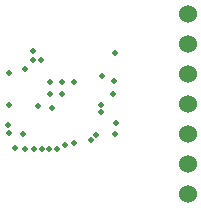
<source format=gbr>
G04 EAGLE Gerber X2 export*
%TF.Part,Single*%
%TF.FileFunction,Copper,L5,Inr,Mixed*%
%TF.FilePolarity,Positive*%
%TF.GenerationSoftware,Autodesk,EAGLE,8.6.3*%
%TF.CreationDate,2018-04-05T08:16:35Z*%
G75*
%MOMM*%
%FSLAX34Y34*%
%LPD*%
%AMOC8*
5,1,8,0,0,1.08239X$1,22.5*%
G01*
%ADD10C,1.524000*%
%ADD11C,0.508000*%


D10*
X156400Y117800D03*
X156400Y92400D03*
X156400Y67000D03*
X156400Y41600D03*
X156400Y16200D03*
X156400Y-9200D03*
X156400Y-34600D03*
D11*
X83915Y65411D03*
X32227Y79300D03*
X25437Y79056D03*
X83007Y41083D03*
X93642Y50070D03*
X95497Y25829D03*
X60306Y8424D03*
X83154Y34987D03*
X4864Y67579D03*
X5024Y40546D03*
X4231Y23755D03*
X19208Y3565D03*
X60000Y60000D03*
X25264Y86123D03*
X26141Y3670D03*
X4956Y16745D03*
X39040Y3536D03*
X95157Y16494D03*
X50000Y60000D03*
X40000Y60000D03*
X40000Y50000D03*
X50000Y50000D03*
X30000Y40000D03*
X41481Y38519D03*
X95000Y85000D03*
X74525Y10758D03*
X17279Y16238D03*
X18450Y71126D03*
X32944Y3463D03*
X10582Y4756D03*
X45789Y3781D03*
X94174Y61077D03*
X78847Y15507D03*
X52410Y6669D03*
M02*

</source>
